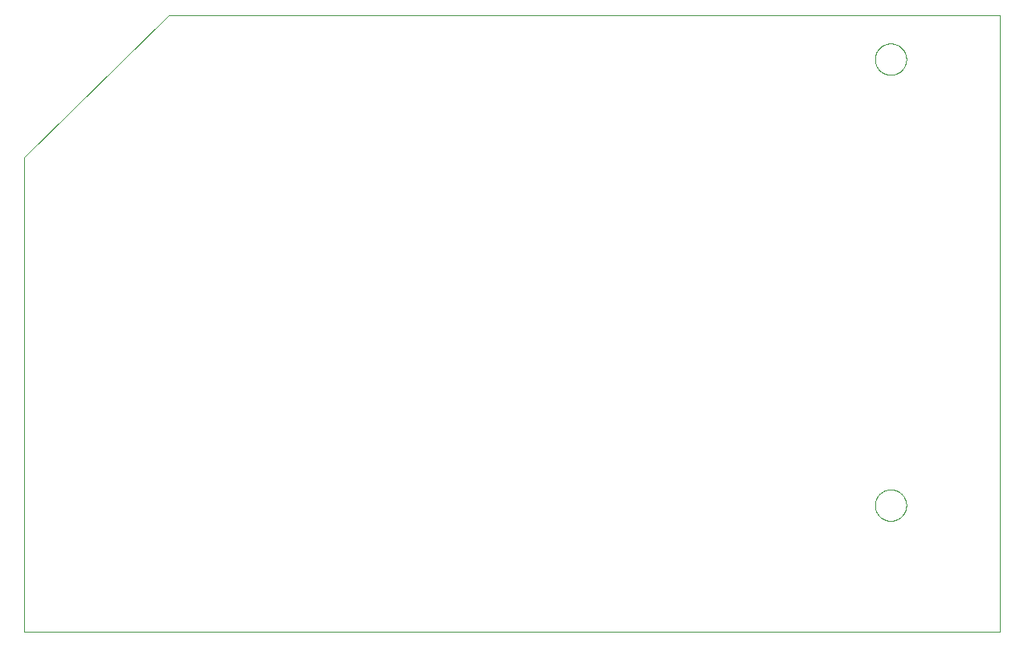
<source format=gko>
G75*
%MOIN*%
%OFA0B0*%
%FSLAX25Y25*%
%IPPOS*%
%LPD*%
%AMOC8*
5,1,8,0,0,1.08239X$1,22.5*
%
%ADD10C,0.00000*%
D10*
X0002200Y0002200D02*
X0002200Y0199050D01*
X0062200Y0258106D01*
X0406609Y0258106D01*
X0406609Y0002200D01*
X0002200Y0002200D01*
X0354952Y0054679D02*
X0354954Y0054840D01*
X0354960Y0055000D01*
X0354970Y0055161D01*
X0354984Y0055321D01*
X0355002Y0055481D01*
X0355023Y0055640D01*
X0355049Y0055799D01*
X0355079Y0055957D01*
X0355112Y0056114D01*
X0355150Y0056271D01*
X0355191Y0056426D01*
X0355236Y0056580D01*
X0355285Y0056733D01*
X0355338Y0056885D01*
X0355394Y0057036D01*
X0355455Y0057185D01*
X0355518Y0057333D01*
X0355586Y0057479D01*
X0355657Y0057623D01*
X0355731Y0057765D01*
X0355809Y0057906D01*
X0355891Y0058044D01*
X0355976Y0058181D01*
X0356064Y0058315D01*
X0356156Y0058447D01*
X0356251Y0058577D01*
X0356349Y0058705D01*
X0356450Y0058830D01*
X0356554Y0058952D01*
X0356661Y0059072D01*
X0356771Y0059189D01*
X0356884Y0059304D01*
X0357000Y0059415D01*
X0357119Y0059524D01*
X0357240Y0059629D01*
X0357364Y0059732D01*
X0357490Y0059832D01*
X0357618Y0059928D01*
X0357749Y0060021D01*
X0357883Y0060111D01*
X0358018Y0060198D01*
X0358156Y0060281D01*
X0358295Y0060361D01*
X0358437Y0060437D01*
X0358580Y0060510D01*
X0358725Y0060579D01*
X0358872Y0060645D01*
X0359020Y0060707D01*
X0359170Y0060765D01*
X0359321Y0060820D01*
X0359474Y0060871D01*
X0359628Y0060918D01*
X0359783Y0060961D01*
X0359939Y0061000D01*
X0360095Y0061036D01*
X0360253Y0061067D01*
X0360411Y0061095D01*
X0360570Y0061119D01*
X0360730Y0061139D01*
X0360890Y0061155D01*
X0361050Y0061167D01*
X0361211Y0061175D01*
X0361372Y0061179D01*
X0361532Y0061179D01*
X0361693Y0061175D01*
X0361854Y0061167D01*
X0362014Y0061155D01*
X0362174Y0061139D01*
X0362334Y0061119D01*
X0362493Y0061095D01*
X0362651Y0061067D01*
X0362809Y0061036D01*
X0362965Y0061000D01*
X0363121Y0060961D01*
X0363276Y0060918D01*
X0363430Y0060871D01*
X0363583Y0060820D01*
X0363734Y0060765D01*
X0363884Y0060707D01*
X0364032Y0060645D01*
X0364179Y0060579D01*
X0364324Y0060510D01*
X0364467Y0060437D01*
X0364609Y0060361D01*
X0364748Y0060281D01*
X0364886Y0060198D01*
X0365021Y0060111D01*
X0365155Y0060021D01*
X0365286Y0059928D01*
X0365414Y0059832D01*
X0365540Y0059732D01*
X0365664Y0059629D01*
X0365785Y0059524D01*
X0365904Y0059415D01*
X0366020Y0059304D01*
X0366133Y0059189D01*
X0366243Y0059072D01*
X0366350Y0058952D01*
X0366454Y0058830D01*
X0366555Y0058705D01*
X0366653Y0058577D01*
X0366748Y0058447D01*
X0366840Y0058315D01*
X0366928Y0058181D01*
X0367013Y0058044D01*
X0367095Y0057906D01*
X0367173Y0057765D01*
X0367247Y0057623D01*
X0367318Y0057479D01*
X0367386Y0057333D01*
X0367449Y0057185D01*
X0367510Y0057036D01*
X0367566Y0056885D01*
X0367619Y0056733D01*
X0367668Y0056580D01*
X0367713Y0056426D01*
X0367754Y0056271D01*
X0367792Y0056114D01*
X0367825Y0055957D01*
X0367855Y0055799D01*
X0367881Y0055640D01*
X0367902Y0055481D01*
X0367920Y0055321D01*
X0367934Y0055161D01*
X0367944Y0055000D01*
X0367950Y0054840D01*
X0367952Y0054679D01*
X0367950Y0054518D01*
X0367944Y0054358D01*
X0367934Y0054197D01*
X0367920Y0054037D01*
X0367902Y0053877D01*
X0367881Y0053718D01*
X0367855Y0053559D01*
X0367825Y0053401D01*
X0367792Y0053244D01*
X0367754Y0053087D01*
X0367713Y0052932D01*
X0367668Y0052778D01*
X0367619Y0052625D01*
X0367566Y0052473D01*
X0367510Y0052322D01*
X0367449Y0052173D01*
X0367386Y0052025D01*
X0367318Y0051879D01*
X0367247Y0051735D01*
X0367173Y0051593D01*
X0367095Y0051452D01*
X0367013Y0051314D01*
X0366928Y0051177D01*
X0366840Y0051043D01*
X0366748Y0050911D01*
X0366653Y0050781D01*
X0366555Y0050653D01*
X0366454Y0050528D01*
X0366350Y0050406D01*
X0366243Y0050286D01*
X0366133Y0050169D01*
X0366020Y0050054D01*
X0365904Y0049943D01*
X0365785Y0049834D01*
X0365664Y0049729D01*
X0365540Y0049626D01*
X0365414Y0049526D01*
X0365286Y0049430D01*
X0365155Y0049337D01*
X0365021Y0049247D01*
X0364886Y0049160D01*
X0364748Y0049077D01*
X0364609Y0048997D01*
X0364467Y0048921D01*
X0364324Y0048848D01*
X0364179Y0048779D01*
X0364032Y0048713D01*
X0363884Y0048651D01*
X0363734Y0048593D01*
X0363583Y0048538D01*
X0363430Y0048487D01*
X0363276Y0048440D01*
X0363121Y0048397D01*
X0362965Y0048358D01*
X0362809Y0048322D01*
X0362651Y0048291D01*
X0362493Y0048263D01*
X0362334Y0048239D01*
X0362174Y0048219D01*
X0362014Y0048203D01*
X0361854Y0048191D01*
X0361693Y0048183D01*
X0361532Y0048179D01*
X0361372Y0048179D01*
X0361211Y0048183D01*
X0361050Y0048191D01*
X0360890Y0048203D01*
X0360730Y0048219D01*
X0360570Y0048239D01*
X0360411Y0048263D01*
X0360253Y0048291D01*
X0360095Y0048322D01*
X0359939Y0048358D01*
X0359783Y0048397D01*
X0359628Y0048440D01*
X0359474Y0048487D01*
X0359321Y0048538D01*
X0359170Y0048593D01*
X0359020Y0048651D01*
X0358872Y0048713D01*
X0358725Y0048779D01*
X0358580Y0048848D01*
X0358437Y0048921D01*
X0358295Y0048997D01*
X0358156Y0049077D01*
X0358018Y0049160D01*
X0357883Y0049247D01*
X0357749Y0049337D01*
X0357618Y0049430D01*
X0357490Y0049526D01*
X0357364Y0049626D01*
X0357240Y0049729D01*
X0357119Y0049834D01*
X0357000Y0049943D01*
X0356884Y0050054D01*
X0356771Y0050169D01*
X0356661Y0050286D01*
X0356554Y0050406D01*
X0356450Y0050528D01*
X0356349Y0050653D01*
X0356251Y0050781D01*
X0356156Y0050911D01*
X0356064Y0051043D01*
X0355976Y0051177D01*
X0355891Y0051314D01*
X0355809Y0051452D01*
X0355731Y0051593D01*
X0355657Y0051735D01*
X0355586Y0051879D01*
X0355518Y0052025D01*
X0355455Y0052173D01*
X0355394Y0052322D01*
X0355338Y0052473D01*
X0355285Y0052625D01*
X0355236Y0052778D01*
X0355191Y0052932D01*
X0355150Y0053087D01*
X0355112Y0053244D01*
X0355079Y0053401D01*
X0355049Y0053559D01*
X0355023Y0053718D01*
X0355002Y0053877D01*
X0354984Y0054037D01*
X0354970Y0054197D01*
X0354960Y0054358D01*
X0354954Y0054518D01*
X0354952Y0054679D01*
X0354952Y0239879D02*
X0354954Y0240040D01*
X0354960Y0240200D01*
X0354970Y0240361D01*
X0354984Y0240521D01*
X0355002Y0240681D01*
X0355023Y0240840D01*
X0355049Y0240999D01*
X0355079Y0241157D01*
X0355112Y0241314D01*
X0355150Y0241471D01*
X0355191Y0241626D01*
X0355236Y0241780D01*
X0355285Y0241933D01*
X0355338Y0242085D01*
X0355394Y0242236D01*
X0355455Y0242385D01*
X0355518Y0242533D01*
X0355586Y0242679D01*
X0355657Y0242823D01*
X0355731Y0242965D01*
X0355809Y0243106D01*
X0355891Y0243244D01*
X0355976Y0243381D01*
X0356064Y0243515D01*
X0356156Y0243647D01*
X0356251Y0243777D01*
X0356349Y0243905D01*
X0356450Y0244030D01*
X0356554Y0244152D01*
X0356661Y0244272D01*
X0356771Y0244389D01*
X0356884Y0244504D01*
X0357000Y0244615D01*
X0357119Y0244724D01*
X0357240Y0244829D01*
X0357364Y0244932D01*
X0357490Y0245032D01*
X0357618Y0245128D01*
X0357749Y0245221D01*
X0357883Y0245311D01*
X0358018Y0245398D01*
X0358156Y0245481D01*
X0358295Y0245561D01*
X0358437Y0245637D01*
X0358580Y0245710D01*
X0358725Y0245779D01*
X0358872Y0245845D01*
X0359020Y0245907D01*
X0359170Y0245965D01*
X0359321Y0246020D01*
X0359474Y0246071D01*
X0359628Y0246118D01*
X0359783Y0246161D01*
X0359939Y0246200D01*
X0360095Y0246236D01*
X0360253Y0246267D01*
X0360411Y0246295D01*
X0360570Y0246319D01*
X0360730Y0246339D01*
X0360890Y0246355D01*
X0361050Y0246367D01*
X0361211Y0246375D01*
X0361372Y0246379D01*
X0361532Y0246379D01*
X0361693Y0246375D01*
X0361854Y0246367D01*
X0362014Y0246355D01*
X0362174Y0246339D01*
X0362334Y0246319D01*
X0362493Y0246295D01*
X0362651Y0246267D01*
X0362809Y0246236D01*
X0362965Y0246200D01*
X0363121Y0246161D01*
X0363276Y0246118D01*
X0363430Y0246071D01*
X0363583Y0246020D01*
X0363734Y0245965D01*
X0363884Y0245907D01*
X0364032Y0245845D01*
X0364179Y0245779D01*
X0364324Y0245710D01*
X0364467Y0245637D01*
X0364609Y0245561D01*
X0364748Y0245481D01*
X0364886Y0245398D01*
X0365021Y0245311D01*
X0365155Y0245221D01*
X0365286Y0245128D01*
X0365414Y0245032D01*
X0365540Y0244932D01*
X0365664Y0244829D01*
X0365785Y0244724D01*
X0365904Y0244615D01*
X0366020Y0244504D01*
X0366133Y0244389D01*
X0366243Y0244272D01*
X0366350Y0244152D01*
X0366454Y0244030D01*
X0366555Y0243905D01*
X0366653Y0243777D01*
X0366748Y0243647D01*
X0366840Y0243515D01*
X0366928Y0243381D01*
X0367013Y0243244D01*
X0367095Y0243106D01*
X0367173Y0242965D01*
X0367247Y0242823D01*
X0367318Y0242679D01*
X0367386Y0242533D01*
X0367449Y0242385D01*
X0367510Y0242236D01*
X0367566Y0242085D01*
X0367619Y0241933D01*
X0367668Y0241780D01*
X0367713Y0241626D01*
X0367754Y0241471D01*
X0367792Y0241314D01*
X0367825Y0241157D01*
X0367855Y0240999D01*
X0367881Y0240840D01*
X0367902Y0240681D01*
X0367920Y0240521D01*
X0367934Y0240361D01*
X0367944Y0240200D01*
X0367950Y0240040D01*
X0367952Y0239879D01*
X0367950Y0239718D01*
X0367944Y0239558D01*
X0367934Y0239397D01*
X0367920Y0239237D01*
X0367902Y0239077D01*
X0367881Y0238918D01*
X0367855Y0238759D01*
X0367825Y0238601D01*
X0367792Y0238444D01*
X0367754Y0238287D01*
X0367713Y0238132D01*
X0367668Y0237978D01*
X0367619Y0237825D01*
X0367566Y0237673D01*
X0367510Y0237522D01*
X0367449Y0237373D01*
X0367386Y0237225D01*
X0367318Y0237079D01*
X0367247Y0236935D01*
X0367173Y0236793D01*
X0367095Y0236652D01*
X0367013Y0236514D01*
X0366928Y0236377D01*
X0366840Y0236243D01*
X0366748Y0236111D01*
X0366653Y0235981D01*
X0366555Y0235853D01*
X0366454Y0235728D01*
X0366350Y0235606D01*
X0366243Y0235486D01*
X0366133Y0235369D01*
X0366020Y0235254D01*
X0365904Y0235143D01*
X0365785Y0235034D01*
X0365664Y0234929D01*
X0365540Y0234826D01*
X0365414Y0234726D01*
X0365286Y0234630D01*
X0365155Y0234537D01*
X0365021Y0234447D01*
X0364886Y0234360D01*
X0364748Y0234277D01*
X0364609Y0234197D01*
X0364467Y0234121D01*
X0364324Y0234048D01*
X0364179Y0233979D01*
X0364032Y0233913D01*
X0363884Y0233851D01*
X0363734Y0233793D01*
X0363583Y0233738D01*
X0363430Y0233687D01*
X0363276Y0233640D01*
X0363121Y0233597D01*
X0362965Y0233558D01*
X0362809Y0233522D01*
X0362651Y0233491D01*
X0362493Y0233463D01*
X0362334Y0233439D01*
X0362174Y0233419D01*
X0362014Y0233403D01*
X0361854Y0233391D01*
X0361693Y0233383D01*
X0361532Y0233379D01*
X0361372Y0233379D01*
X0361211Y0233383D01*
X0361050Y0233391D01*
X0360890Y0233403D01*
X0360730Y0233419D01*
X0360570Y0233439D01*
X0360411Y0233463D01*
X0360253Y0233491D01*
X0360095Y0233522D01*
X0359939Y0233558D01*
X0359783Y0233597D01*
X0359628Y0233640D01*
X0359474Y0233687D01*
X0359321Y0233738D01*
X0359170Y0233793D01*
X0359020Y0233851D01*
X0358872Y0233913D01*
X0358725Y0233979D01*
X0358580Y0234048D01*
X0358437Y0234121D01*
X0358295Y0234197D01*
X0358156Y0234277D01*
X0358018Y0234360D01*
X0357883Y0234447D01*
X0357749Y0234537D01*
X0357618Y0234630D01*
X0357490Y0234726D01*
X0357364Y0234826D01*
X0357240Y0234929D01*
X0357119Y0235034D01*
X0357000Y0235143D01*
X0356884Y0235254D01*
X0356771Y0235369D01*
X0356661Y0235486D01*
X0356554Y0235606D01*
X0356450Y0235728D01*
X0356349Y0235853D01*
X0356251Y0235981D01*
X0356156Y0236111D01*
X0356064Y0236243D01*
X0355976Y0236377D01*
X0355891Y0236514D01*
X0355809Y0236652D01*
X0355731Y0236793D01*
X0355657Y0236935D01*
X0355586Y0237079D01*
X0355518Y0237225D01*
X0355455Y0237373D01*
X0355394Y0237522D01*
X0355338Y0237673D01*
X0355285Y0237825D01*
X0355236Y0237978D01*
X0355191Y0238132D01*
X0355150Y0238287D01*
X0355112Y0238444D01*
X0355079Y0238601D01*
X0355049Y0238759D01*
X0355023Y0238918D01*
X0355002Y0239077D01*
X0354984Y0239237D01*
X0354970Y0239397D01*
X0354960Y0239558D01*
X0354954Y0239718D01*
X0354952Y0239879D01*
M02*

</source>
